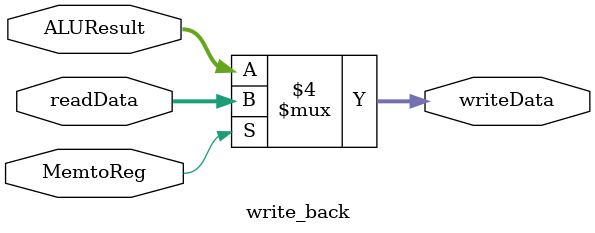
<source format=v>
`timescale 1ns / 1ps

module write_back(
	input MemtoReg,
	input [31:0] readData,
	input [31:0] ALUResult,
	output reg [31:0] writeData
	);
	
	always @(*) begin 
		if (MemtoReg == 1)
			writeData = readData;
		else
			writeData = ALUResult;
	end

endmodule

</source>
